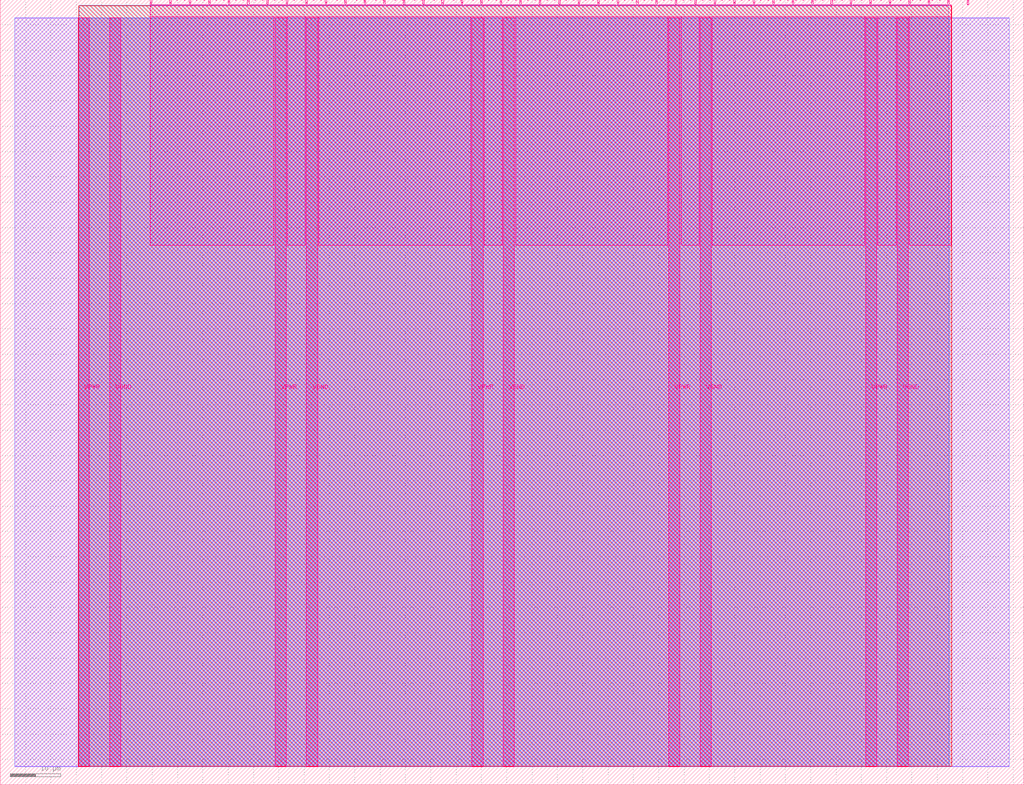
<source format=lef>
VERSION 5.7 ;
  NOWIREEXTENSIONATPIN ON ;
  DIVIDERCHAR "/" ;
  BUSBITCHARS "[]" ;
MACRO tt_um_Electom_cla_4bits
  CLASS BLOCK ;
  FOREIGN tt_um_Electom_cla_4bits ;
  ORIGIN 0.000 0.000 ;
  SIZE 202.080 BY 154.980 ;
  PIN VGND
    DIRECTION INOUT ;
    USE GROUND ;
    PORT
      LAYER Metal5 ;
        RECT 21.580 3.560 23.780 151.420 ;
    END
    PORT
      LAYER Metal5 ;
        RECT 60.450 3.560 62.650 151.420 ;
    END
    PORT
      LAYER Metal5 ;
        RECT 99.320 3.560 101.520 151.420 ;
    END
    PORT
      LAYER Metal5 ;
        RECT 138.190 3.560 140.390 151.420 ;
    END
    PORT
      LAYER Metal5 ;
        RECT 177.060 3.560 179.260 151.420 ;
    END
  END VGND
  PIN VPWR
    DIRECTION INOUT ;
    USE POWER ;
    PORT
      LAYER Metal5 ;
        RECT 15.380 3.560 17.580 151.420 ;
    END
    PORT
      LAYER Metal5 ;
        RECT 54.250 3.560 56.450 151.420 ;
    END
    PORT
      LAYER Metal5 ;
        RECT 93.120 3.560 95.320 151.420 ;
    END
    PORT
      LAYER Metal5 ;
        RECT 131.990 3.560 134.190 151.420 ;
    END
    PORT
      LAYER Metal5 ;
        RECT 170.860 3.560 173.060 151.420 ;
    END
  END VPWR
  PIN clk
    DIRECTION INPUT ;
    USE SIGNAL ;
    ANTENNAGATEAREA 0.213200 ;
    PORT
      LAYER Metal5 ;
        RECT 187.050 153.980 187.350 154.980 ;
    END
  END clk
  PIN ena
    DIRECTION INPUT ;
    USE SIGNAL ;
    PORT
      LAYER Metal5 ;
        RECT 190.890 153.980 191.190 154.980 ;
    END
  END ena
  PIN rst_n
    DIRECTION INPUT ;
    USE SIGNAL ;
    ANTENNAGATEAREA 0.314600 ;
    PORT
      LAYER Metal5 ;
        RECT 183.210 153.980 183.510 154.980 ;
    END
  END rst_n
  PIN ui_in[0]
    DIRECTION INPUT ;
    USE SIGNAL ;
    ANTENNAGATEAREA 0.180700 ;
    PORT
      LAYER Metal5 ;
        RECT 179.370 153.980 179.670 154.980 ;
    END
  END ui_in[0]
  PIN ui_in[1]
    DIRECTION INPUT ;
    USE SIGNAL ;
    ANTENNAGATEAREA 0.180700 ;
    PORT
      LAYER Metal5 ;
        RECT 175.530 153.980 175.830 154.980 ;
    END
  END ui_in[1]
  PIN ui_in[2]
    DIRECTION INPUT ;
    USE SIGNAL ;
    ANTENNAGATEAREA 0.213200 ;
    PORT
      LAYER Metal5 ;
        RECT 171.690 153.980 171.990 154.980 ;
    END
  END ui_in[2]
  PIN ui_in[3]
    DIRECTION INPUT ;
    USE SIGNAL ;
    ANTENNAGATEAREA 0.180700 ;
    PORT
      LAYER Metal5 ;
        RECT 167.850 153.980 168.150 154.980 ;
    END
  END ui_in[3]
  PIN ui_in[4]
    DIRECTION INPUT ;
    USE SIGNAL ;
    ANTENNAGATEAREA 0.180700 ;
    PORT
      LAYER Metal5 ;
        RECT 164.010 153.980 164.310 154.980 ;
    END
  END ui_in[4]
  PIN ui_in[5]
    DIRECTION INPUT ;
    USE SIGNAL ;
    ANTENNAGATEAREA 0.180700 ;
    PORT
      LAYER Metal5 ;
        RECT 160.170 153.980 160.470 154.980 ;
    END
  END ui_in[5]
  PIN ui_in[6]
    DIRECTION INPUT ;
    USE SIGNAL ;
    ANTENNAGATEAREA 0.213200 ;
    PORT
      LAYER Metal5 ;
        RECT 156.330 153.980 156.630 154.980 ;
    END
  END ui_in[6]
  PIN ui_in[7]
    DIRECTION INPUT ;
    USE SIGNAL ;
    ANTENNAGATEAREA 0.180700 ;
    PORT
      LAYER Metal5 ;
        RECT 152.490 153.980 152.790 154.980 ;
    END
  END ui_in[7]
  PIN uio_in[0]
    DIRECTION INPUT ;
    USE SIGNAL ;
    ANTENNAGATEAREA 0.180700 ;
    PORT
      LAYER Metal5 ;
        RECT 148.650 153.980 148.950 154.980 ;
    END
  END uio_in[0]
  PIN uio_in[1]
    DIRECTION INPUT ;
    USE SIGNAL ;
    PORT
      LAYER Metal5 ;
        RECT 144.810 153.980 145.110 154.980 ;
    END
  END uio_in[1]
  PIN uio_in[2]
    DIRECTION INPUT ;
    USE SIGNAL ;
    PORT
      LAYER Metal5 ;
        RECT 140.970 153.980 141.270 154.980 ;
    END
  END uio_in[2]
  PIN uio_in[3]
    DIRECTION INPUT ;
    USE SIGNAL ;
    PORT
      LAYER Metal5 ;
        RECT 137.130 153.980 137.430 154.980 ;
    END
  END uio_in[3]
  PIN uio_in[4]
    DIRECTION INPUT ;
    USE SIGNAL ;
    PORT
      LAYER Metal5 ;
        RECT 133.290 153.980 133.590 154.980 ;
    END
  END uio_in[4]
  PIN uio_in[5]
    DIRECTION INPUT ;
    USE SIGNAL ;
    PORT
      LAYER Metal5 ;
        RECT 129.450 153.980 129.750 154.980 ;
    END
  END uio_in[5]
  PIN uio_in[6]
    DIRECTION INPUT ;
    USE SIGNAL ;
    PORT
      LAYER Metal5 ;
        RECT 125.610 153.980 125.910 154.980 ;
    END
  END uio_in[6]
  PIN uio_in[7]
    DIRECTION INPUT ;
    USE SIGNAL ;
    PORT
      LAYER Metal5 ;
        RECT 121.770 153.980 122.070 154.980 ;
    END
  END uio_in[7]
  PIN uio_oe[0]
    DIRECTION OUTPUT ;
    USE SIGNAL ;
    ANTENNADIFFAREA 0.299200 ;
    PORT
      LAYER Metal5 ;
        RECT 56.490 153.980 56.790 154.980 ;
    END
  END uio_oe[0]
  PIN uio_oe[1]
    DIRECTION OUTPUT ;
    USE SIGNAL ;
    ANTENNADIFFAREA 0.299200 ;
    PORT
      LAYER Metal5 ;
        RECT 52.650 153.980 52.950 154.980 ;
    END
  END uio_oe[1]
  PIN uio_oe[2]
    DIRECTION OUTPUT ;
    USE SIGNAL ;
    ANTENNADIFFAREA 0.299200 ;
    PORT
      LAYER Metal5 ;
        RECT 48.810 153.980 49.110 154.980 ;
    END
  END uio_oe[2]
  PIN uio_oe[3]
    DIRECTION OUTPUT ;
    USE SIGNAL ;
    ANTENNADIFFAREA 0.299200 ;
    PORT
      LAYER Metal5 ;
        RECT 44.970 153.980 45.270 154.980 ;
    END
  END uio_oe[3]
  PIN uio_oe[4]
    DIRECTION OUTPUT ;
    USE SIGNAL ;
    ANTENNADIFFAREA 0.299200 ;
    PORT
      LAYER Metal5 ;
        RECT 41.130 153.980 41.430 154.980 ;
    END
  END uio_oe[4]
  PIN uio_oe[5]
    DIRECTION OUTPUT ;
    USE SIGNAL ;
    ANTENNADIFFAREA 0.299200 ;
    PORT
      LAYER Metal5 ;
        RECT 37.290 153.980 37.590 154.980 ;
    END
  END uio_oe[5]
  PIN uio_oe[6]
    DIRECTION OUTPUT ;
    USE SIGNAL ;
    ANTENNADIFFAREA 0.299200 ;
    PORT
      LAYER Metal5 ;
        RECT 33.450 153.980 33.750 154.980 ;
    END
  END uio_oe[6]
  PIN uio_oe[7]
    DIRECTION OUTPUT ;
    USE SIGNAL ;
    ANTENNADIFFAREA 0.299200 ;
    PORT
      LAYER Metal5 ;
        RECT 29.610 153.980 29.910 154.980 ;
    END
  END uio_oe[7]
  PIN uio_out[0]
    DIRECTION OUTPUT ;
    USE SIGNAL ;
    ANTENNADIFFAREA 0.299200 ;
    PORT
      LAYER Metal5 ;
        RECT 87.210 153.980 87.510 154.980 ;
    END
  END uio_out[0]
  PIN uio_out[1]
    DIRECTION OUTPUT ;
    USE SIGNAL ;
    ANTENNADIFFAREA 0.299200 ;
    PORT
      LAYER Metal5 ;
        RECT 83.370 153.980 83.670 154.980 ;
    END
  END uio_out[1]
  PIN uio_out[2]
    DIRECTION OUTPUT ;
    USE SIGNAL ;
    ANTENNADIFFAREA 0.299200 ;
    PORT
      LAYER Metal5 ;
        RECT 79.530 153.980 79.830 154.980 ;
    END
  END uio_out[2]
  PIN uio_out[3]
    DIRECTION OUTPUT ;
    USE SIGNAL ;
    ANTENNADIFFAREA 0.299200 ;
    PORT
      LAYER Metal5 ;
        RECT 75.690 153.980 75.990 154.980 ;
    END
  END uio_out[3]
  PIN uio_out[4]
    DIRECTION OUTPUT ;
    USE SIGNAL ;
    ANTENNADIFFAREA 0.299200 ;
    PORT
      LAYER Metal5 ;
        RECT 71.850 153.980 72.150 154.980 ;
    END
  END uio_out[4]
  PIN uio_out[5]
    DIRECTION OUTPUT ;
    USE SIGNAL ;
    ANTENNADIFFAREA 0.299200 ;
    PORT
      LAYER Metal5 ;
        RECT 68.010 153.980 68.310 154.980 ;
    END
  END uio_out[5]
  PIN uio_out[6]
    DIRECTION OUTPUT ;
    USE SIGNAL ;
    ANTENNADIFFAREA 0.299200 ;
    PORT
      LAYER Metal5 ;
        RECT 64.170 153.980 64.470 154.980 ;
    END
  END uio_out[6]
  PIN uio_out[7]
    DIRECTION OUTPUT ;
    USE SIGNAL ;
    ANTENNADIFFAREA 0.299200 ;
    PORT
      LAYER Metal5 ;
        RECT 60.330 153.980 60.630 154.980 ;
    END
  END uio_out[7]
  PIN uo_out[0]
    DIRECTION OUTPUT ;
    USE SIGNAL ;
    ANTENNADIFFAREA 0.632400 ;
    PORT
      LAYER Metal5 ;
        RECT 117.930 153.980 118.230 154.980 ;
    END
  END uo_out[0]
  PIN uo_out[1]
    DIRECTION OUTPUT ;
    USE SIGNAL ;
    ANTENNADIFFAREA 0.632400 ;
    PORT
      LAYER Metal5 ;
        RECT 114.090 153.980 114.390 154.980 ;
    END
  END uo_out[1]
  PIN uo_out[2]
    DIRECTION OUTPUT ;
    USE SIGNAL ;
    ANTENNADIFFAREA 0.632400 ;
    PORT
      LAYER Metal5 ;
        RECT 110.250 153.980 110.550 154.980 ;
    END
  END uo_out[2]
  PIN uo_out[3]
    DIRECTION OUTPUT ;
    USE SIGNAL ;
    ANTENNADIFFAREA 0.632400 ;
    PORT
      LAYER Metal5 ;
        RECT 106.410 153.980 106.710 154.980 ;
    END
  END uo_out[3]
  PIN uo_out[4]
    DIRECTION OUTPUT ;
    USE SIGNAL ;
    ANTENNADIFFAREA 0.706800 ;
    PORT
      LAYER Metal5 ;
        RECT 102.570 153.980 102.870 154.980 ;
    END
  END uo_out[4]
  PIN uo_out[5]
    DIRECTION OUTPUT ;
    USE SIGNAL ;
    ANTENNADIFFAREA 0.299200 ;
    PORT
      LAYER Metal5 ;
        RECT 98.730 153.980 99.030 154.980 ;
    END
  END uo_out[5]
  PIN uo_out[6]
    DIRECTION OUTPUT ;
    USE SIGNAL ;
    ANTENNADIFFAREA 0.299200 ;
    PORT
      LAYER Metal5 ;
        RECT 94.890 153.980 95.190 154.980 ;
    END
  END uo_out[6]
  PIN uo_out[7]
    DIRECTION OUTPUT ;
    USE SIGNAL ;
    ANTENNADIFFAREA 0.299200 ;
    PORT
      LAYER Metal5 ;
        RECT 91.050 153.980 91.350 154.980 ;
    END
  END uo_out[7]
  OBS
      LAYER GatPoly ;
        RECT 2.880 3.630 199.200 151.350 ;
      LAYER Metal1 ;
        RECT 2.880 3.560 199.200 151.420 ;
      LAYER Metal2 ;
        RECT 15.515 3.680 187.345 151.300 ;
      LAYER Metal3 ;
        RECT 15.560 3.635 187.300 153.865 ;
      LAYER Metal4 ;
        RECT 15.515 3.680 187.825 153.820 ;
      LAYER Metal5 ;
        RECT 30.120 153.770 33.240 153.980 ;
        RECT 33.960 153.770 37.080 153.980 ;
        RECT 37.800 153.770 40.920 153.980 ;
        RECT 41.640 153.770 44.760 153.980 ;
        RECT 45.480 153.770 48.600 153.980 ;
        RECT 49.320 153.770 52.440 153.980 ;
        RECT 53.160 153.770 56.280 153.980 ;
        RECT 57.000 153.770 60.120 153.980 ;
        RECT 60.840 153.770 63.960 153.980 ;
        RECT 64.680 153.770 67.800 153.980 ;
        RECT 68.520 153.770 71.640 153.980 ;
        RECT 72.360 153.770 75.480 153.980 ;
        RECT 76.200 153.770 79.320 153.980 ;
        RECT 80.040 153.770 83.160 153.980 ;
        RECT 83.880 153.770 87.000 153.980 ;
        RECT 87.720 153.770 90.840 153.980 ;
        RECT 91.560 153.770 94.680 153.980 ;
        RECT 95.400 153.770 98.520 153.980 ;
        RECT 99.240 153.770 102.360 153.980 ;
        RECT 103.080 153.770 106.200 153.980 ;
        RECT 106.920 153.770 110.040 153.980 ;
        RECT 110.760 153.770 113.880 153.980 ;
        RECT 114.600 153.770 117.720 153.980 ;
        RECT 118.440 153.770 121.560 153.980 ;
        RECT 122.280 153.770 125.400 153.980 ;
        RECT 126.120 153.770 129.240 153.980 ;
        RECT 129.960 153.770 133.080 153.980 ;
        RECT 133.800 153.770 136.920 153.980 ;
        RECT 137.640 153.770 140.760 153.980 ;
        RECT 141.480 153.770 144.600 153.980 ;
        RECT 145.320 153.770 148.440 153.980 ;
        RECT 149.160 153.770 152.280 153.980 ;
        RECT 153.000 153.770 156.120 153.980 ;
        RECT 156.840 153.770 159.960 153.980 ;
        RECT 160.680 153.770 163.800 153.980 ;
        RECT 164.520 153.770 167.640 153.980 ;
        RECT 168.360 153.770 171.480 153.980 ;
        RECT 172.200 153.770 175.320 153.980 ;
        RECT 176.040 153.770 179.160 153.980 ;
        RECT 179.880 153.770 183.000 153.980 ;
        RECT 183.720 153.770 186.840 153.980 ;
        RECT 187.560 153.770 187.780 153.980 ;
        RECT 29.660 151.630 187.780 153.770 ;
        RECT 29.660 106.535 54.040 151.630 ;
        RECT 56.660 106.535 60.240 151.630 ;
        RECT 62.860 106.535 92.910 151.630 ;
        RECT 95.530 106.535 99.110 151.630 ;
        RECT 101.730 106.535 131.780 151.630 ;
        RECT 134.400 106.535 137.980 151.630 ;
        RECT 140.600 106.535 170.650 151.630 ;
        RECT 173.270 106.535 176.850 151.630 ;
        RECT 179.470 106.535 187.780 151.630 ;
  END
END tt_um_Electom_cla_4bits
END LIBRARY


</source>
